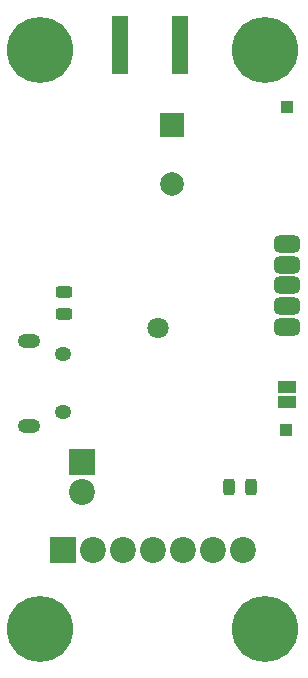
<source format=gbr>
%TF.GenerationSoftware,KiCad,Pcbnew,8.0.0*%
%TF.CreationDate,2024-03-22T17:22:37-07:00*%
%TF.ProjectId,lyrav3r1,6c797261-7633-4723-912e-6b696361645f,rev?*%
%TF.SameCoordinates,Original*%
%TF.FileFunction,Copper,L1,Top*%
%TF.FilePolarity,Positive*%
%FSLAX46Y46*%
G04 Gerber Fmt 4.6, Leading zero omitted, Abs format (unit mm)*
G04 Created by KiCad (PCBNEW 8.0.0) date 2024-03-22 17:22:37*
%MOMM*%
%LPD*%
G01*
G04 APERTURE LIST*
G04 Aperture macros list*
%AMRoundRect*
0 Rectangle with rounded corners*
0 $1 Rounding radius*
0 $2 $3 $4 $5 $6 $7 $8 $9 X,Y pos of 4 corners*
0 Add a 4 corners polygon primitive as box body*
4,1,4,$2,$3,$4,$5,$6,$7,$8,$9,$2,$3,0*
0 Add four circle primitives for the rounded corners*
1,1,$1+$1,$2,$3*
1,1,$1+$1,$4,$5*
1,1,$1+$1,$6,$7*
1,1,$1+$1,$8,$9*
0 Add four rect primitives between the rounded corners*
20,1,$1+$1,$2,$3,$4,$5,0*
20,1,$1+$1,$4,$5,$6,$7,0*
20,1,$1+$1,$6,$7,$8,$9,0*
20,1,$1+$1,$8,$9,$2,$3,0*%
G04 Aperture macros list end*
%TA.AperFunction,SMDPad,CuDef*%
%ADD10R,1.400000X5.000000*%
%TD*%
%TA.AperFunction,ComponentPad*%
%ADD11R,2.200000X2.200000*%
%TD*%
%TA.AperFunction,ComponentPad*%
%ADD12C,2.200000*%
%TD*%
%TA.AperFunction,ComponentPad*%
%ADD13C,5.600000*%
%TD*%
%TA.AperFunction,ComponentPad*%
%ADD14R,2.000000X2.000000*%
%TD*%
%TA.AperFunction,ComponentPad*%
%ADD15C,2.000000*%
%TD*%
%TA.AperFunction,SMDPad,CuDef*%
%ADD16R,1.000000X1.000000*%
%TD*%
%TA.AperFunction,ComponentPad*%
%ADD17C,1.800000*%
%TD*%
%TA.AperFunction,SMDPad,CuDef*%
%ADD18RoundRect,0.492126X-0.632874X-0.257874X0.632874X-0.257874X0.632874X0.257874X-0.632874X0.257874X0*%
%TD*%
%TA.AperFunction,SMDPad,CuDef*%
%ADD19R,1.500000X1.000000*%
%TD*%
%TA.AperFunction,SMDPad,CuDef*%
%ADD20RoundRect,0.243750X-0.243750X-0.456250X0.243750X-0.456250X0.243750X0.456250X-0.243750X0.456250X0*%
%TD*%
%TA.AperFunction,SMDPad,CuDef*%
%ADD21RoundRect,0.243750X-0.456250X0.243750X-0.456250X-0.243750X0.456250X-0.243750X0.456250X0.243750X0*%
%TD*%
%TA.AperFunction,ComponentPad*%
%ADD22O,1.400000X1.200000*%
%TD*%
%TA.AperFunction,ComponentPad*%
%ADD23O,1.900000X1.200000*%
%TD*%
G04 APERTURE END LIST*
D10*
%TO.P,AE3,2,Shield*%
%TO.N,GND*%
X14700000Y52365000D03*
X9600000Y52365000D03*
%TD*%
D11*
%TO.P,J2,1,Pin_1*%
%TO.N,/BATT POSTSW*%
X6392000Y17044000D03*
D12*
%TO.P,J2,2,Pin_2*%
%TO.N,/BATT RAW*%
X6392000Y14504000D03*
%TD*%
D13*
%TO.P,H3,1,1*%
%TO.N,GND*%
X2886000Y2947000D03*
%TD*%
D14*
%TO.P,BZ1,1,+*%
%TO.N,+BATT*%
X14012000Y45629800D03*
D15*
%TO.P,BZ1,2,-*%
%TO.N,Net-(BZ1--)*%
X14012000Y40629800D03*
%TD*%
D16*
%TO.P,TP1,1,1*%
%TO.N,/RUN*%
X23664000Y19761800D03*
%TD*%
D11*
%TO.P,J8,1,Pin_1*%
%TO.N,+BATT*%
X4791800Y9601800D03*
D12*
%TO.P,J8,2,Pin_2*%
%TO.N,/P4-*%
X7331800Y9601800D03*
%TO.P,J8,3,Pin_3*%
%TO.N,/P3-*%
X9871800Y9601800D03*
%TO.P,J8,4,Pin_4*%
%TO.N,/P2-*%
X12411800Y9601800D03*
%TO.P,J8,5,Pin_5*%
%TO.N,/P1-*%
X14951800Y9601800D03*
%TO.P,J8,6,Pin_6*%
%TO.N,GND*%
X17491800Y9601800D03*
%TO.P,J8,7,Pin_7*%
%TO.N,/BATT RAW*%
X20031800Y9601800D03*
%TD*%
D17*
%TO.P,AE1,1,A*%
%TO.N,/ANT IN*%
X12843600Y28439000D03*
%TD*%
D13*
%TO.P,H1,1,1*%
%TO.N,GND*%
X2886000Y51947000D03*
%TD*%
D18*
%TO.P,J5,1,Pin_1*%
%TO.N,/BRKOUT1*%
X23791000Y28525000D03*
%TO.P,J5,2,Pin_2*%
%TO.N,/BRKOUT2*%
X23791000Y30275000D03*
%TO.P,J5,3,Pin_3*%
%TO.N,/BRKOUT3*%
X23791000Y32025000D03*
%TO.P,J5,4,Pin_4*%
%TO.N,/BRKOUT4*%
X23791000Y33775000D03*
%TO.P,J5,5,Pin_5*%
%TO.N,GND*%
X23791000Y35525000D03*
%TD*%
D19*
%TO.P,J1,1,Pin_1*%
%TO.N,/SWCLK*%
X23737600Y23413400D03*
%TO.P,J1,2,Pin_2*%
%TO.N,/SWD*%
X23737600Y22113400D03*
%TD*%
D13*
%TO.P,H2,1,1*%
%TO.N,GND*%
X21886000Y51947000D03*
%TD*%
%TO.P,H4,1,1*%
%TO.N,GND*%
X21886000Y2947000D03*
%TD*%
D20*
%TO.P,D2,1,K*%
%TO.N,GND*%
X18842600Y14935800D03*
%TO.P,D2,2,A*%
%TO.N,Net-(D2-A)*%
X20717600Y14935800D03*
%TD*%
D16*
%TO.P,TP2,1,1*%
%TO.N,Net-(IC1-1PPS)*%
X23740200Y47092200D03*
%TD*%
D21*
%TO.P,D3,1,K*%
%TO.N,+3V3*%
X4901100Y31499700D03*
%TO.P,D3,2,A*%
%TO.N,Net-(D3-A)*%
X4901100Y29624700D03*
%TD*%
D22*
%TO.P,J7,6,Shield*%
%TO.N,unconnected-(J7-Shield-Pad6)*%
X4828900Y26169600D03*
%TO.P,J7,7*%
%TO.N,N/C*%
X4828900Y21329600D03*
D23*
%TO.P,J7,8*%
X1928900Y20149600D03*
%TO.P,J7,9*%
X1928900Y27349600D03*
%TD*%
M02*

</source>
